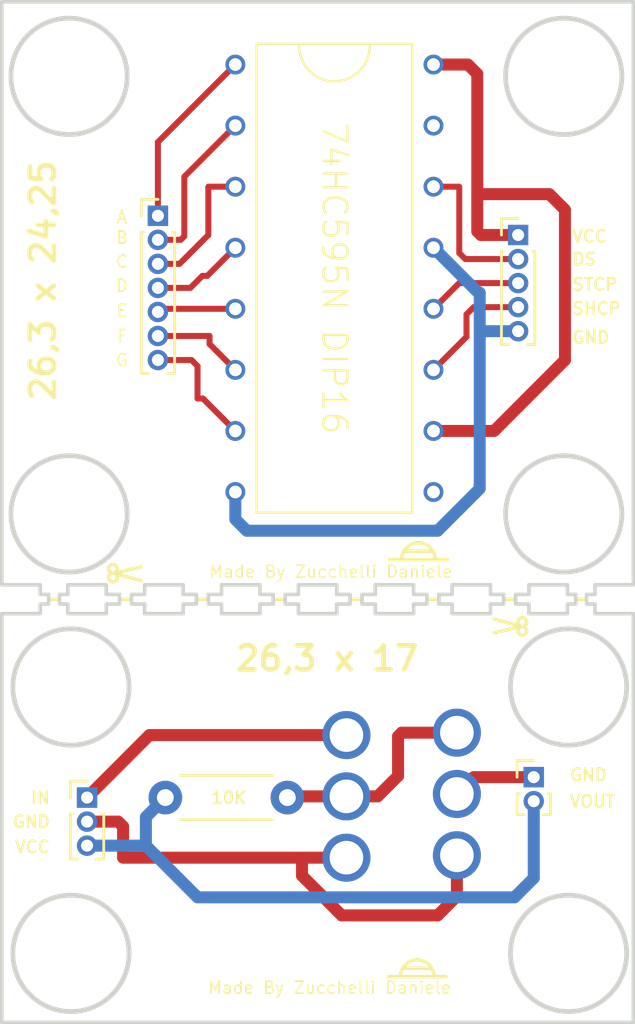
<source format=kicad_pcb>
(kicad_pcb (version 20221018) (generator pcbnew)
  (layers (0 "F.Cu" signal) (31 "B.Cu" signal) (34 "B.Paste" user) (35 "F.Paste" user) (36 "B.SilkS" user "B.Silkscreen") (37 "F.SilkS" user "F.Silkscreen") (38 "B.Mask" user) (39 "F.Mask" user) (44 "Edge.Cuts" user))
  (net 0 "")
  (footprint "Connector_PinHeader_1.00mm:PinHeader_1x05_P1.00mm_Vertical" (layer "F.Cu") (at 43.85 28.2)
    (fp_text reference "REF**" hide)
    (fp_text value "PinHeader_1x05_P1.00mm_Vertical" hide)
    (fp_line (start -0.695 -0.685) (end 0 -0.685) (stroke (width 0.12)) (layer "F.SilkS"))
    (fp_line (start -0.695 0) (end -0.695 -0.685) (stroke (width 0.12)) (layer "F.SilkS"))
    (fp_line (start -0.695 0.685) (end -0.695 4.56) (stroke (width 0.12)) (layer "F.SilkS"))
    (fp_line (start -0.695 0.685) (end -0.608276 0.685) (stroke (width 0.12)) (layer "F.SilkS"))
    (fp_line (start -0.695 4.56) (end -0.394493 4.56) (stroke (width 0.12)) (layer "F.SilkS"))
    (fp_line (start 0.394493 4.56) (end 0.695 4.56) (stroke (width 0.12)) (layer "F.SilkS"))
    (fp_line (start 0.608276 0.685) (end 0.695 0.685) (stroke (width 0.12)) (layer "F.SilkS"))
    (fp_line (start 0.695 0.685) (end 0.695 4.56) (stroke (width 0.12)) (layer "F.SilkS"))
    (pad "1" thru_hole rect (at 0 0) (size 0.85 0.85) (drill 0.5) (layers "*.Cu" "*.Mask"))
    (pad "2" thru_hole oval (at 0 1) (size 0.85 0.85) (drill 0.5) (layers "*.Cu" "*.Mask"))
    (pad "3" thru_hole oval (at 0 2) (size 0.85 0.85) (drill 0.5) (layers "*.Cu" "*.Mask"))
    (pad "4" thru_hole oval (at 0 3) (size 0.85 0.85) (drill 0.5) (layers "*.Cu" "*.Mask"))
    (pad "5" thru_hole oval (at 0 4) (size 0.85 0.85) (drill 0.5) (layers "*.Cu" "*.Mask"))
  )
  (footprint "Connector_PinHeader_1.00mm:PinHeader_1x02_P1.00mm_Vertical" (layer "F.Cu") (at 44.5 50.75)
    (fp_text reference "REF**" hide)
    (fp_text value "PinHeader_1x02_P1.00mm_Vertical" hide)
    (fp_line (start -0.695 -0.685) (end 0 -0.685) (stroke (width 0.12)) (layer "F.SilkS"))
    (fp_line (start -0.695 0) (end -0.695 -0.685) (stroke (width 0.12)) (layer "F.SilkS"))
    (fp_line (start -0.695 0.685) (end -0.695 1.56) (stroke (width 0.12)) (layer "F.SilkS"))
    (fp_line (start -0.695 0.685) (end -0.608276 0.685) (stroke (width 0.12)) (layer "F.SilkS"))
    (fp_line (start -0.695 1.56) (end -0.394493 1.56) (stroke (width 0.12)) (layer "F.SilkS"))
    (fp_line (start 0.394493 1.56) (end 0.695 1.56) (stroke (width 0.12)) (layer "F.SilkS"))
    (fp_line (start 0.608276 0.685) (end 0.695 0.685) (stroke (width 0.12)) (layer "F.SilkS"))
    (fp_line (start 0.695 0.685) (end 0.695 1.56) (stroke (width 0.12)) (layer "F.SilkS"))
    (pad "1" thru_hole rect (at 0 0) (size 0.85 0.85) (drill 0.5) (layers "*.Cu" "*.Mask"))
    (pad "2" thru_hole oval (at 0 1) (size 0.85 0.85) (drill 0.5) (layers "*.Cu" "*.Mask"))
  )
  (footprint "74HC:74HC595N" (layer "F.Cu") (at 36.2 30 -90)
    (fp_text reference "74HC595N DIP16" (at 0 0 -90 unlocked) (layer "F.SilkS") (effects (font (thickness 0.1))))
    (fp_text value "74HC595N")
    (fp_line (start -9.75 -3.24) (end -9.75 3.24) (stroke (width 0.1)) (layer "F.SilkS"))
    (fp_line (start -9.75 -3.24) (end 9.75 -3.24) (stroke (width 0.1)) (layer "F.SilkS"))
    (fp_line (start -9.75 3.24) (end 9.75 3.24) (stroke (width 0.1)) (layer "F.SilkS"))
    (fp_line (start 9.75 -3.24) (end 9.75 3.24) (stroke (width 0.1)) (layer "F.SilkS"))
    (fp_arc (start -9.66 -1.469999) (mid -8.190001 0) (end -9.66 1.469999) (stroke (width 0.1)) (layer "F.SilkS"))
    (pad "1" thru_hole circle (at -8.89 -4.125 270) (size 0.83 0.83) (drill 0.53) (layers "*.Cu" "*.Mask"))
    (pad "2" thru_hole circle (at -6.35 -4.125 270) (size 0.83 0.83) (drill 0.53) (layers "*.Cu" "*.Mask"))
    (pad "3" thru_hole circle (at -3.81 -4.125 270) (size 0.83 0.83) (drill 0.53) (layers "*.Cu" "*.Mask"))
    (pad "4" thru_hole circle (at -1.27 -4.125 270) (size 0.83 0.83) (drill 0.53) (layers "*.Cu" "*.Mask"))
    (pad "5" thru_hole circle (at 1.27 -4.125 270) (size 0.83 0.83) (drill 0.53) (layers "*.Cu" "*.Mask"))
    (pad "6" thru_hole circle (at 3.81 -4.125 270) (size 0.83 0.83) (drill 0.53) (layers "*.Cu" "*.Mask"))
    (pad "7" thru_hole circle (at 6.35 -4.125 270) (size 0.83 0.83) (drill 0.53) (layers "*.Cu" "*.Mask"))
    (pad "8" thru_hole circle (at 8.89 -4.125 270) (size 0.83 0.83) (drill 0.53) (layers "*.Cu" "*.Mask"))
    (pad "9" thru_hole circle (at -8.89 4.125 270) (size 0.83 0.83) (drill 0.53) (layers "*.Cu" "*.Mask"))
    (pad "10" thru_hole circle (at -6.35 4.125 270) (size 0.83 0.83) (drill 0.53) (layers "*.Cu" "*.Mask"))
    (pad "11" thru_hole circle (at -3.81 4.125 270) (size 0.83 0.83) (drill 0.53) (layers "*.Cu" "*.Mask"))
    (pad "12" thru_hole circle (at -1.27 4.125 270) (size 0.83 0.83) (drill 0.53) (layers "*.Cu" "*.Mask"))
    (pad "13" thru_hole circle (at 1.27 4.125 270) (size 0.83 0.83) (drill 0.53) (layers "*.Cu" "*.Mask"))
    (pad "14" thru_hole circle (at 3.81 4.125 270) (size 0.83 0.83) (drill 0.53) (layers "*.Cu" "*.Mask"))
    (pad "15" thru_hole circle (at 6.35 4.125 270) (size 0.83 0.83) (drill 0.53) (layers "*.Cu" "*.Mask"))
    (pad "16" thru_hole circle (at 8.89 4.125 270) (size 0.83 0.83) (drill 0.53) (layers "*.Cu" "*.Mask"))
  )
  (footprint "Resistor_THT:R_Axial_DIN0204_L3.6mm_D1.6mm_P5.08mm_Horizontal" (layer "F.Cu") (at 29.16 51.6)
    (fp_text reference "REF**" hide)
    (fp_text value "R_Axial_DIN0204_L3.6mm_D1.6mm_P5.08mm_Horizontal" hide)
    (fp_line (start 0.62 -0.92) (end 4.46 -0.92) (stroke (width 0.12)) (layer "F.SilkS"))
    (fp_line (start 0.62 0.92) (end 4.46 0.92) (stroke (width 0.12)) (layer "F.SilkS"))
    (pad "1" thru_hole circle (at 0 0) (size 1.4 1.4) (drill 0.7) (layers "*.Cu" "*.Mask"))
    (pad "2" thru_hole oval (at 5.08 0) (size 1.4 1.4) (drill 0.7) (layers "*.Cu" "*.Mask"))
  )
  (footprint "MOSFET:IRF3205 MOSFET" (layer "F.Cu") (at 36.7 51.55)
    (fp_text reference "REF**" hide)
    (fp_text value "IRF3205 MOSFET" hide)
    (pad "D" thru_hole circle (at 0 0) (size 2 2) (drill 1.4) (layers "*.Cu" "*.Mask"))
    (pad "G" thru_hole circle (at 0 -2.55) (size 2 2) (drill 1.4) (layers "*.Cu" "*.Mask"))
    (pad "S" thru_hole circle (at 0 2.55) (size 2 2) (drill 1.4) (layers "*.Cu" "*.Mask"))
  )
  (footprint "Connector_PinHeader_1.00mm:PinHeader_1x03_P1.00mm_Vertical" (layer "F.Cu") (at 25.9 51.6)
    (fp_text reference "REF**" hide)
    (fp_text value "PinHeader_1x03_P1.00mm_Vertical" hide)
    (fp_line (start -0.695 -0.685) (end 0 -0.685) (stroke (width 0.12)) (layer "F.SilkS"))
    (fp_line (start -0.695 0) (end -0.695 -0.685) (stroke (width 0.12)) (layer "F.SilkS"))
    (fp_line (start -0.695 0.685) (end -0.695 2.56) (stroke (width 0.12)) (layer "F.SilkS"))
    (fp_line (start -0.695 0.685) (end -0.608276 0.685) (stroke (width 0.12)) (layer "F.SilkS"))
    (fp_line (start -0.695 2.56) (end -0.394493 2.56) (stroke (width 0.12)) (layer "F.SilkS"))
    (fp_line (start 0.394493 2.56) (end 0.695 2.56) (stroke (width 0.12)) (layer "F.SilkS"))
    (fp_line (start 0.608276 0.685) (end 0.695 0.685) (stroke (width 0.12)) (layer "F.SilkS"))
    (fp_line (start 0.695 0.685) (end 0.695 2.56) (stroke (width 0.12)) (layer "F.SilkS"))
    (pad "1" thru_hole rect (at 0 0) (size 0.85 0.85) (drill 0.5) (layers "*.Cu" "*.Mask"))
    (pad "2" thru_hole oval (at 0 1) (size 0.85 0.85) (drill 0.5) (layers "*.Cu" "*.Mask"))
    (pad "3" thru_hole oval (at 0 2) (size 0.85 0.85) (drill 0.5) (layers "*.Cu" "*.Mask"))
  )
  (footprint "MOSFET:IRF3205 MOSFET" (layer "F.Cu") (at 41.3 51.45)
    (fp_text reference "REF**" hide)
    (fp_text value "IRF3205 MOSFET" hide)
    (pad "D" thru_hole circle (at 0 0) (size 2 2) (drill 1.4) (layers "*.Cu" "*.Mask"))
    (pad "G" thru_hole circle (at 0 -2.55) (size 2 2) (drill 1.4) (layers "*.Cu" "*.Mask"))
    (pad "S" thru_hole circle (at 0 2.55) (size 2 2) (drill 1.4) (layers "*.Cu" "*.Mask"))
  )
  (footprint "Connector_PinHeader_1.00mm:PinHeader_1x07_P1.00mm_Vertical" (layer "F.Cu") (at 28.85 27.4)
    (fp_text reference "REF**" hide)
    (fp_text value "PinHeader_1x07_P1.00mm_Vertical" hide)
    (fp_line (start -0.695 -0.685) (end 0 -0.685) (stroke (width 0.12)) (layer "F.SilkS"))
    (fp_line (start -0.695 0) (end -0.695 -0.685) (stroke (width 0.12)) (layer "F.SilkS"))
    (fp_line (start -0.695 0.685) (end -0.695 6.56) (stroke (width 0.12)) (layer "F.SilkS"))
    (fp_line (start -0.695 0.685) (end -0.608276 0.685) (stroke (width 0.12)) (layer "F.SilkS"))
    (fp_line (start -0.695 6.56) (end -0.394493 6.56) (stroke (width 0.12)) (layer "F.SilkS"))
    (fp_line (start 0.394493 6.56) (end 0.695 6.56) (stroke (width 0.12)) (layer "F.SilkS"))
    (fp_line (start 0.608276 0.685) (end 0.695 0.685) (stroke (width 0.12)) (layer "F.SilkS"))
    (fp_line (start 0.695 0.685) (end 0.695 6.56) (stroke (width 0.12)) (layer "F.SilkS"))
    (pad "1" thru_hole rect (at 0 0) (size 0.85 0.85) (drill 0.5) (layers "*.Cu" "*.Mask"))
    (pad "2" thru_hole oval (at 0 1) (size 0.85 0.85) (drill 0.5) (layers "*.Cu" "*.Mask"))
    (pad "3" thru_hole oval (at 0 2) (size 0.85 0.85) (drill 0.5) (layers "*.Cu" "*.Mask"))
    (pad "4" thru_hole oval (at 0 3) (size 0.85 0.85) (drill 0.5) (layers "*.Cu" "*.Mask"))
    (pad "5" thru_hole oval (at 0 4) (size 0.85 0.85) (drill 0.5) (layers "*.Cu" "*.Mask"))
    (pad "6" thru_hole oval (at 0 5) (size 0.85 0.85) (drill 0.5) (layers "*.Cu" "*.Mask"))
    (pad "7" thru_hole oval (at 0 6) (size 0.85 0.85) (drill 0.5) (layers "*.Cu" "*.Mask"))
  )
  (gr_line (start 27.025 42.275) (end 28.15 42) (stroke (width 0.15)) (layer "F.SilkS"))
  (gr_line (start 27.75 43.35) (end 27.25 43.35) (stroke (width 0.15)) (layer "F.SilkS"))
  (gr_circle (center 26.975 42.085996) (end 26.925 42.260996) (stroke (width 0.15)) (fill none) (layer "F.SilkS"))
  (gr_line (start 43.25 43.35) (end 43.75 43.35) (stroke (width 0.15)) (layer "F.SilkS"))
  (gr_line (start 28.15 42.575) (end 27.025 42.275) (stroke (width 0.15)) (layer "F.SilkS"))
  (gr_line (start 40.4 41.7) (end 39 41.7) (stroke (width 0.15)) (layer "F.SilkS"))
  (gr_arc (start 38.95 59.05) (mid 39.65 58.35) (end 40.35 59.05) (stroke (width 0.15)) (layer "F.SilkS"))
  (gr_line (start 38.95 59.05) (end 38.45 59.05) (stroke (width 0.15)) (layer "F.SilkS"))
  (gr_line (start 39 41.7) (end 38.5 41.7) (stroke (width 0.15)) (layer "F.SilkS"))
  (gr_circle (center 26.975 42.45) (end 27.025 42.275) (stroke (width 0.15)) (fill none) (layer "F.SilkS"))
  (gr_line (start 46.25 43.35) (end 46.7 43.35) (stroke (width 0.15)) (layer "F.SilkS"))
  (gr_line (start 40.4 41.7) (end 40.9 41.7) (stroke (width 0.15)) (layer "F.SilkS"))
  (gr_line (start 34.15 43.35) (end 33.65 43.35) (stroke (width 0.15)) (layer "F.SilkS"))
  (gr_line (start 40.35 59.05) (end 40.85 59.05) (stroke (width 0.15)) (layer "F.SilkS"))
  (gr_line (start 24.75 43.35) (end 24.3 43.35) (stroke (width 0.15)) (layer "F.SilkS"))
  (gr_line (start 30.95 43.35) (end 30.45 43.35) (stroke (width 0.15)) (layer "F.SilkS"))
  (gr_line (start 37.35 43.35) (end 36.85 43.35) (stroke (width 0.15)) (layer "F.SilkS"))
  (gr_line (start 42.85 44.175) (end 43.975 44.475) (stroke (width 0.15)) (layer "F.SilkS"))
  (gr_line (start 40.55 43.35) (end 40.05 43.35) (stroke (width 0.15)) (layer "F.SilkS"))
  (gr_circle (center 44.025 44.3) (end 43.975 44.475) (stroke (width 0.15)) (fill none) (layer "F.SilkS"))
  (gr_line (start 39.05 58.7) (end 40.25 58.7) (stroke (width 0.15)) (layer "F.SilkS"))
  (gr_line (start 39.1 41.35) (end 40.3 41.35) (stroke (width 0.15)) (layer "F.SilkS"))
  (gr_line (start 43.975 44.475) (end 42.85 44.75) (stroke (width 0.15)) (layer "F.SilkS"))
  (gr_circle (center 44.025 44.664004) (end 44.075 44.489004) (stroke (width 0.15)) (fill none) (layer "F.SilkS"))
  (gr_line (start 40.35 59.05) (end 38.95 59.05) (stroke (width 0.15)) (layer "F.SilkS"))
  (gr_arc (start 39 41.7) (mid 39.7 41) (end 40.4 41.7) (stroke (width 0.15)) (layer "F.SilkS"))
  (gr_line (start 37.35 43.15) (end 37.35 43.55) (stroke (width 0.15)) (layer "Edge.Cuts"))
  (gr_line (start 23.95 43.15) (end 24.3 43.15) (stroke (width 0.15)) (layer "Edge.Cuts"))
  (gr_circle (center 45.75 21.6) (end 48.17 21.6) (stroke (width 0.2)) (fill none) (layer "Edge.Cuts"))
  (gr_line (start 34.7 43.15) (end 34.15 43.15) (stroke (width 0.15)) (layer "Edge.Cuts"))
  (gr_line (start 46.25 43.15) (end 46.25 43.55) (stroke (width 0.15)) (layer "Edge.Cuts"))
  (gr_line (start 33.1 43.95) (end 31.5 43.95) (stroke (width 0.15)) (layer "Edge.Cuts"))
  (gr_line (start 45.9 43.55) (end 46.25 43.55) (stroke (width 0.15)) (layer "Edge.Cuts"))
  (gr_line (start 42.7 42.75) (end 42.7 43.15) (stroke (width 0.15)) (layer "Edge.Cuts"))
  (gr_line (start 29.9 43.95) (end 29.9 43.55) (stroke (width 0.15)) (layer "Edge.Cuts"))
  (gr_line (start 42.7 43.55) (end 43.25 43.55) (stroke (width 0.15)) (layer "Edge.Cuts"))
  (gr_line (start 31.5 43.55) (end 30.95 43.55) (stroke (width 0.15)) (layer "Edge.Cuts"))
  (gr_line (start 24.75 43.55) (end 24.75 43.15) (stroke (width 0.15)) (layer "Edge.Cuts"))
  (gr_line (start 39.5 43.95) (end 39.5 43.55) (stroke (width 0.15)) (layer "Edge.Cuts"))
  (gr_line (start 25.1 43.15) (end 24.75 43.15) (stroke (width 0.15)) (layer "Edge.Cuts"))
  (gr_line (start 44.3 43.55) (end 43.75 43.55) (stroke (width 0.15)) (layer "Edge.Cuts"))
  (gr_circle (center 45.95 47) (end 48.37 47) (stroke (width 0.2)) (fill none) (layer "Edge.Cuts"))
  (gr_line (start 37.9 42.75) (end 37.9 43.15) (stroke (width 0.15)) (layer "Edge.Cuts"))
  (gr_line (start 45.9 43.55) (end 45.9 43.95) (stroke (width 0.15)) (layer "Edge.Cuts"))
  (gr_line (start 41.1 42.75) (end 41.1 43.15) (stroke (width 0.15)) (layer "Edge.Cuts"))
  (gr_circle (center 25.23 58.08) (end 27.65 58.08) (stroke (width 0.2)) (fill none) (layer "Edge.Cuts"))
  (gr_line (start 46.7 43.15) (end 46.7 43.55) (stroke (width 0.15)) (layer "Edge.Cuts"))
  (gr_line (start 27.75 43.15) (end 27.75 43.55) (stroke (width 0.15)) (layer "Edge.Cuts"))
  (gr_line (start 48.65 18.5) (end 48.65 42.75) (stroke (width 0.15)) (layer "Edge.Cuts"))
  (gr_line (start 23.95 43.95) (end 23.95 43.55) (stroke (width 0.15)) (layer "Edge.Cuts"))
  (gr_line (start 42.7 42.75) (end 41.1 42.75) (stroke (width 0.15)) (layer "Edge.Cuts"))
  (gr_line (start 30.45 43.55) (end 29.9 43.55) (stroke (width 0.15)) (layer "Edge.Cuts"))
  (gr_line (start 34.15 43.15) (end 34.15 43.55) (stroke (width 0.15)) (layer "Edge.Cuts"))
  (gr_line (start 36.3 42.75) (end 34.7 42.75) (stroke (width 0.15)) (layer "Edge.Cuts"))
  (gr_line (start 33.65 43.15) (end 33.1 43.15) (stroke (width 0.15)) (layer "Edge.Cuts"))
  (gr_line (start 27.25 43.15) (end 27.25 43.55) (stroke (width 0.15)) (layer "Edge.Cuts"))
  (gr_line (start 26.7 43.95) (end 26.7 43.55) (stroke (width 0.15)) (layer "Edge.Cuts"))
  (gr_line (start 37.9 43.55) (end 37.35 43.55) (stroke (width 0.15)) (layer "Edge.Cuts"))
  (gr_line (start 48.65 18.5) (end 22.35 18.5) (stroke (width 0.15)) (layer "Edge.Cuts"))
  (gr_line (start 37.9 43.15) (end 37.35 43.15) (stroke (width 0.15)) (layer "Edge.Cuts"))
  (gr_line (start 26.7 42.75) (end 26.7 43.15) (stroke (width 0.15)) (layer "Edge.Cuts"))
  (gr_line (start 36.3 42.75) (end 36.3 43.15) (stroke (width 0.15)) (layer "Edge.Cuts"))
  (gr_line (start 28.3 43.15) (end 27.75 43.15) (stroke (width 0.15)) (layer "Edge.Cuts"))
  (gr_circle (center 25.15 21.6) (end 27.57 21.6) (stroke (width 0.2)) (fill none) (layer "Edge.Cuts"))
  (gr_line (start 48.65 60.95) (end 48.65 43.95) (stroke (width 0.15)) (layer "Edge.Cuts"))
  (gr_line (start 48.65 43.95) (end 47.05 43.95) (stroke (width 0.15)) (layer "Edge.Cuts"))
  (gr_line (start 33.1 42.75) (end 31.5 42.75) (stroke (width 0.15)) (layer "Edge.Cuts"))
  (gr_line (start 44.3 43.15) (end 43.75 43.15) (stroke (width 0.15)) (layer "Edge.Cuts"))
  (gr_line (start 47.05 42.75) (end 47.05 43.15) (stroke (width 0.15)) (layer "Edge.Cuts"))
  (gr_line (start 41.1 43.55) (end 40.55 43.55) (stroke (width 0.15)) (layer "Edge.Cuts"))
  (gr_line (start 34.7 43.55) (end 34.15 43.55) (stroke (width 0.15)) (layer "Edge.Cuts"))
  (gr_line (start 27.25 43.55) (end 26.7 43.55) (stroke (width 0.15)) (layer "Edge.Cuts"))
  (gr_circle (center 25.23 47) (end 27.65 47) (stroke (width 0.2)) (fill none) (layer "Edge.Cuts"))
  (gr_line (start 44.3 43.95) (end 44.3 43.55) (stroke (width 0.15)) (layer "Edge.Cuts"))
  (gr_line (start 22.35 18.5) (end 22.35 42.75) (stroke (width 0.15)) (layer "Edge.Cuts"))
  (gr_line (start 36.85 43.55) (end 36.3 43.55) (stroke (width 0.15)) (layer "Edge.Cuts"))
  (gr_line (start 44.3 42.75) (end 44.3 43.15) (stroke (width 0.15)) (layer "Edge.Cuts"))
  (gr_line (start 33.1 43.95) (end 33.1 43.55) (stroke (width 0.15)) (layer "Edge.Cuts"))
  (gr_line (start 33.65 43.55) (end 33.1 43.55) (stroke (width 0.15)) (layer "Edge.Cuts"))
  (gr_line (start 31.5 43.95) (end 31.5 43.55) (stroke (width 0.15)) (layer "Edge.Cuts"))
  (gr_line (start 40.05 43.15) (end 39.5 43.15) (stroke (width 0.15)) (layer "Edge.Cuts"))
  (gr_line (start 48.65 60.95) (end 22.35 60.95) (stroke (width 0.15)) (layer "Edge.Cuts"))
  (gr_line (start 33.65 43.15) (end 33.65 43.55) (stroke (width 0.15)) (layer "Edge.Cuts"))
  (gr_line (start 42.7 43.15) (end 43.25 43.15) (stroke (width 0.15)) (layer "Edge.Cuts"))
  (gr_line (start 30.45 43.15) (end 29.9 43.15) (stroke (width 0.15)) (layer "Edge.Cuts"))
  (gr_circle (center 45.95 58.08) (end 48.37 58.08) (stroke (width 0.2)) (fill none) (layer "Edge.Cuts"))
  (gr_line (start 29.9 43.95) (end 28.3 43.95) (stroke (width 0.15)) (layer "Edge.Cuts"))
  (gr_line (start 42.7 43.95) (end 41.1 43.95) (stroke (width 0.15)) (layer "Edge.Cuts"))
  (gr_line (start 39.5 42.75) (end 37.9 42.75) (stroke (width 0.15)) (layer "Edge.Cuts"))
  (gr_line (start 24.3 43.55) (end 24.3 43.15) (stroke (width 0.15)) (layer "Edge.Cuts"))
  (gr_line (start 25.1 43.55) (end 24.75 43.55) (stroke (width 0.15)) (layer "Edge.Cuts"))
  (gr_line (start 45.9 43.15) (end 46.25 43.15) (stroke (width 0.15)) (layer "Edge.Cuts"))
  (gr_line (start 48.65 42.75) (end 47.05 42.75) (stroke (width 0.15)) (layer "Edge.Cuts"))
  (gr_circle (center 45.75 39.8) (end 48.17 39.8) (stroke (width 0.2)) (fill none) (layer "Edge.Cuts"))
  (gr_line (start 45.9 43.95) (end 44.3 43.95) (stroke (width 0.15)) (layer "Edge.Cuts"))
  (gr_line (start 45.9 43.15) (end 45.9 42.75) (stroke (width 0.15)) (layer "Edge.Cuts"))
  (gr_line (start 39.5 42.75) (end 39.5 43.15) (stroke (width 0.15)) (layer "Edge.Cuts"))
  (gr_line (start 26.7 43.95) (end 25.1 43.95) (stroke (width 0.15)) (layer "Edge.Cuts"))
  (gr_line (start 26.7 42.75) (end 25.1 42.75) (stroke (width 0.15)) (layer "Edge.Cuts"))
  (gr_line (start 47.05 43.55) (end 47.05 43.95) (stroke (width 0.15)) (layer "Edge.Cuts"))
  (gr_line (start 43.25 43.15) (end 43.25 43.55) (stroke (width 0.15)) (layer "Edge.Cuts"))
  (gr_line (start 33.1 42.75) (end 33.1 43.15) (stroke (width 0.15)) (layer "Edge.Cuts"))
  (gr_line (start 36.85 43.15) (end 36.85 43.55) (stroke (width 0.15)) (layer "Edge.Cuts"))
  (gr_line (start 30.95 43.15) (end 30.95 43.55) (stroke (width 0.15)) (layer "Edge.Cuts"))
  (gr_line (start 45.9 42.75) (end 44.3 42.75) (stroke (width 0.15)) (layer "Edge.Cuts"))
  (gr_line (start 40.55 43.15) (end 40.55 43.55) (stroke (width 0.15)) (layer "Edge.Cuts"))
  (gr_circle (center 25.15 39.8) (end 27.57 39.8) (stroke (width 0.2)) (fill none) (layer "Edge.Cuts"))
  (gr_line (start 31.5 42.75) (end 31.5 43.15) (stroke (width 0.15)) (layer "Edge.Cuts"))
  (gr_line (start 41.1 43.95) (end 41.1 43.55) (stroke (width 0.15)) (layer "Edge.Cuts"))
  (gr_line (start 36.85 43.15) (end 36.3 43.15) (stroke (width 0.15)) (layer "Edge.Cuts"))
  (gr_line (start 37.9 43.95) (end 37.9 43.55) (stroke (width 0.15)) (layer "Edge.Cuts"))
  (gr_line (start 39.5 43.95) (end 37.9 43.95) (stroke (width 0.15)) (layer "Edge.Cuts"))
  (gr_line (start 28.3 43.95) (end 28.3 43.55) (stroke (width 0.15)) (layer "Edge.Cuts"))
  (gr_line (start 30.45 43.15) (end 30.45 43.55) (stroke (width 0.15)) (layer "Edge.Cuts"))
  (gr_line (start 47.05 43.15) (end 46.7 43.15) (stroke (width 0.15)) (layer "Edge.Cuts"))
  (gr_line (start 29.9 42.75) (end 28.3 42.75) (stroke (width 0.15)) (layer "Edge.Cuts"))
  (gr_line (start 42.7 43.95) (end 42.7 43.55) (stroke (width 0.15)) (layer "Edge.Cuts"))
  (gr_line (start 28.3 43.55) (end 27.75 43.55) (stroke (width 0.15)) (layer "Edge.Cuts"))
  (gr_line (start 36.3 43.95) (end 36.3 43.55) (stroke (width 0.15)) (layer "Edge.Cuts"))
  (gr_line (start 47.05 43.55) (end 46.7 43.55) (stroke (width 0.15)) (layer "Edge.Cuts"))
  (gr_line (start 43.75 43.15) (end 43.75 43.55) (stroke (width 0.15)) (layer "Edge.Cuts"))
  (gr_line (start 29.9 42.75) (end 29.9 43.15) (stroke (width 0.15)) (layer "Edge.Cuts"))
  (gr_line (start 23.95 42.75) (end 23.95 43.15) (stroke (width 0.15)) (layer "Edge.Cuts"))
  (gr_line (start 22.35 60.95) (end 22.35 43.95) (stroke (width 0.15)) (layer "Edge.Cuts"))
  (gr_line (start 41.1 43.15) (end 40.55 43.15) (stroke (width 0.15)) (layer "Edge.Cuts"))
  (gr_line (start 25.1 42.75) (end 25.1 43.15) (stroke (width 0.15)) (layer "Edge.Cuts"))
  (gr_line (start 25.1 43.95) (end 25.1 43.55) (stroke (width 0.15)) (layer "Edge.Cuts"))
  (gr_line (start 34.7 42.75) (end 34.7 43.15) (stroke (width 0.15)) (layer "Edge.Cuts"))
  (gr_line (start 34.7 43.95) (end 34.7 43.55) (stroke (width 0.15)) (layer "Edge.Cuts"))
  (gr_line (start 22.35 42.75) (end 23.95 42.75) (stroke (width 0.15)) (layer "Edge.Cuts"))
  (gr_line (start 23.95 43.55) (end 24.3 43.55) (stroke (width 0.15)) (layer "Edge.Cuts"))
  (gr_line (start 40.05 43.55) (end 39.5 43.55) (stroke (width 0.15)) (layer "Edge.Cuts"))
  (gr_line (start 36.3 43.95) (end 34.7 43.95) (stroke (width 0.15)) (layer "Edge.Cuts"))
  (gr_line (start 40.05 43.15) (end 40.05 43.55) (stroke (width 0.15)) (layer "Edge.Cuts"))
  (gr_line (start 31.5 43.15) (end 30.95 43.15) (stroke (width 0.15)) (layer "Edge.Cuts"))
  (gr_line (start 22.35 43.95) (end 23.95 43.95) (stroke (width 0.15)) (layer "Edge.Cuts"))
  (gr_line (start 27.25 43.15) (end 26.7 43.15) (stroke (width 0.15)) (layer "Edge.Cuts"))
  (gr_line (start 28.3 42.75) (end 28.3 43.15) (stroke (width 0.15)) (layer "Edge.Cuts"))
  (gr_text "GND" (at 22.75 52.9) (layer "F.SilkS") (effects (font (size 0.5 0.5) (thickness 0.1)) (justify left bottom)))
  (gr_text "IN" (at 23.511905 51.9) (layer "F.SilkS") (effects (font (size 0.5 0.5) (thickness 0.1)) (justify left bottom)))
  (gr_text "10K" (at 31.01 51.9) (layer "F.SilkS") (effects (font (size 0.5 0.5) (thickness 0.1)) (justify left bottom)))
  (gr_text "GND" (at 45.95 50.95) (layer "F.SilkS") (effects (font (size 0.5 0.5) (thickness 0.1)) (justify left bottom)))
  (gr_text "GND" (at 46.05 32.75) (layer "F.SilkS") (effects (font (size 0.5 0.5) (thickness 0.1)) (justify left bottom)))
  (gr_text "26,3 x 17" (at 31.975 46.4) (layer "F.SilkS") (effects (font (size 1 1) (thickness 0.2) bold) (justify left bottom)))
  (gr_text "VCC" (at 22.845239 53.95) (layer "F.SilkS") (effects (font (size 0.5 0.5) (thickness 0.1)) (justify left bottom)))
  (gr_text "Made By Zucchelli Daniele" (at 30.95 42.5) (layer "F.SilkS") (effects (font (size 0.5 0.5) (thickness 0.07)) (justify left bottom)))
  (gr_text "26,3 x 24,25" (at 24.65 35.2 90) (layer "F.SilkS") (effects (font (size 1 1) (thickness 0.2) bold) (justify left bottom)))
  (gr_text "A" (at 27.085715 27.75) (layer "F.SilkS") (effects (font (size 0.5 0.5) (thickness 0.08)) (justify left bottom)))
  (gr_text "E" (at 27.07381 31.65) (layer "F.SilkS") (effects (font (size 0.5 0.5) (thickness 0.08)) (justify left bottom)))
  (gr_text "STCP" (at 46.05 30.55) (layer "F.SilkS") (effects (font (size 0.5 0.5) (thickness 0.1)) (justify left bottom)))
  (gr_text "VOUT" (at 45.95 52.05) (layer "F.SilkS") (effects (font (size 0.5 0.5) (thickness 0.1)) (justify left bottom)))
  (gr_text "G" (at 27.05 33.7) (layer "F.SilkS") (effects (font (size 0.5 0.5) (thickness 0.08)) (justify left bottom)))
  (gr_text "VCC" (at 46.05 28.55) (layer "F.SilkS") (effects (font (size 0.5 0.5) (thickness 0.1)) (justify left bottom)))
  (gr_text "C" (at 27.05 29.6) (layer "F.SilkS") (effects (font (size 0.5 0.5) (thickness 0.08)) (justify left bottom)))
  (gr_text "D" (at 27.05 30.6) (layer "F.SilkS") (effects (font (size 0.5 0.5) (thickness 0.08)) (justify left bottom)))
  (gr_text "Made By Zucchelli Daniele" (at 30.9 59.8) (layer "F.SilkS") (effects (font (size 0.5 0.5) (thickness 0.07)) (justify left bottom)))
  (gr_text "F" (at 27.085715 32.7) (layer "F.SilkS") (effects (font (size 0.5 0.5) (thickness 0.08)) (justify left bottom)))
  (gr_text "DS\n" (at 46.05 29.5) (layer "F.SilkS") (effects (font (size 0.5 0.5) (thickness 0.1)) (justify left bottom)))
  (gr_text "SHCP\n" (at 46.05 31.55) (layer "F.SilkS") (effects (font (size 0.5 0.5) (thickness 0.1)) (justify left bottom)))
  (gr_text "B" (at 27.05 28.6) (layer "F.SilkS") (effects (font (size 0.5 0.5) (thickness 0.08)) (justify left bottom)))
  (segment (start 42.9 36.3) (end 42.85 36.35) (width 0.25) (layer "F.Cu") (net 0))
  (segment (start 42.85 36.35) (end 40.325 36.35) (width 0.5) (layer "F.Cu") (net 0))
  (segment (start 45.15 26.5) (end 45.8 27.15) (width 0.5) (layer "F.Cu") (net 0))
  (segment (start 28.5 49) (end 25.9 51.6) (width 0.5) (layer "F.Cu") (net 0))
  (segment (start 42.15 26.5) (end 42.15 21.5) (width 0.5) (layer "F.Cu") (net 0))
  (segment (start 30.25 33.4) (end 28.85 33.4) (width 0.25) (layer "F.Cu") (net 0))
  (segment (start 28.85 28.4) (end 29.8 28.4) (width 0.25) (layer "F.Cu") (net 0))
  (segment (start 42.15 21.5) (end 41.76 21.11) (width 0.5) (layer "F.Cu") (net 0))
  (segment (start 30.725 35) (end 30.5 35) (width 0.25) (layer "F.Cu") (net 0))
  (segment (start 41.3 55.7) (end 41.3 54) (width 0.5) (layer "F.Cu") (net 0))
  (segment (start 30.95 28.2) (end 29.75 29.4) (width 0.25) (layer "F.Cu") (net 0))
  (segment (start 29.75 29.4) (end 28.85 29.4) (width 0.25) (layer "F.Cu") (net 0))
  (segment (start 38 51.55) (end 38.85 50.7) (width 0.5) (layer "F.Cu") (net 0))
  (segment (start 34.85 54.1) (end 27.4 54.1) (width 0.5) (layer "F.Cu") (net 0))
  (segment (start 38.85 50.7) (end 38.85 49.05) (width 0.5) (layer "F.Cu") (net 0))
  (segment (start 28.85 27.4) (end 28.85 24.335) (width 0.25) (layer "F.Cu") (net 0))
  (segment (start 32.075 31.27) (end 28.98 31.27) (width 0.25) (layer "F.Cu") (net 0))
  (segment (start 32.075 33.81) (end 31 32.735) (width 0.25) (layer "F.Cu") (net 0))
  (segment (start 42 31.2) (end 41.7 31.5) (width 0.25) (layer "F.Cu") (net 0))
  (segment (start 28.98 31.27) (end 28.85 31.4) (width 0.25) (layer "F.Cu") (net 0))
  (segment (start 39 48.9) (end 41.3 48.9) (width 0.5) (layer "F.Cu") (net 0))
  (segment (start 34.29 51.55) (end 34.24 51.6) (width 0.5) (layer "F.Cu") (net 0))
  (segment (start 40.325 26.19) (end 41.39 26.19) (width 0.25) (layer "F.Cu") (net 0))
  (segment (start 41.7 31.5) (end 41.7 32.435) (width 0.25) (layer "F.Cu") (net 0))
  (segment (start 42.15 26.5) (end 45.15 26.5) (width 0.5) (layer "F.Cu") (net 0))
  (segment (start 36.7 54.1) (end 34.85 54.1) (width 0.5) (layer "F.Cu") (net 0))
  (segment (start 41.4 28.95) (end 41.65 29.2) (width 0.25) (layer "F.Cu") (net 0))
  (segment (start 43.85 30.2) (end 41.395 30.2) (width 0.25) (layer "F.Cu") (net 0))
  (segment (start 31 32.735) (end 31 32.4) (width 0.25) (layer "F.Cu") (net 0))
  (segment (start 36.7 51.55) (end 34.29 51.55) (width 0.5) (layer "F.Cu") (net 0))
  (segment (start 41.4 26.2) (end 41.4 28.95) (width 0.25) (layer "F.Cu") (net 0))
  (segment (start 43.85 31.2) (end 42 31.2) (width 0.25) (layer "F.Cu") (net 0))
  (segment (start 34.85 54.1) (end 34.85 54.85) (width 0.5) (layer "F.Cu") (net 0))
  (segment (start 36.5 56.5) (end 40.5 56.5) (width 0.5) (layer "F.Cu") (net 0))
  (segment (start 32.075 28.73) (end 30.905 29.9) (width 0.25) (layer "F.Cu") (net 0))
  (segment (start 36.7 49) (end 28.5 49) (width 0.5) (layer "F.Cu") (net 0))
  (segment (start 38.85 49.05) (end 39 48.9) (width 0.5) (layer "F.Cu") (net 0))
  (segment (start 41.7 32.435) (end 40.325 33.81) (width 0.25) (layer "F.Cu") (net 0))
  (segment (start 41.395 30.2) (end 40.325 31.27) (width 0.25) (layer "F.Cu") (net 0))
  (segment (start 30.5 33.65) (end 30.25 33.4) (width 0.25) (layer "F.Cu") (net 0))
  (segment (start 43.85 29.2) (end 41.65 29.2) (width 0.25) (layer "F.Cu") (net 0))
  (segment (start 38 51.55) (end 36.7 51.55) (width 0.5) (layer "F.Cu") (net 0))
  (segment (start 29.95 25.775) (end 32.075 23.65) (width 0.25) (layer "F.Cu") (net 0))
  (segment (start 29.95 28.25) (end 29.95 25.775) (width 0.25) (layer "F.Cu") (net 0))
  (segment (start 30.5 35) (end 30.5 33.65) (width 0.25) (layer "F.Cu") (net 0))
  (segment (start 36.65 51.6) (end 36.7 51.55) (width 0.25) (layer "F.Cu") (net 0))
  (segment (start 30.95 26.2) (end 30.95 28.2) (width 0.25) (layer "F.Cu") (net 0))
  (segment (start 43.85 28.2) (end 42.3 28.2) (width 0.5) (layer "F.Cu") (net 0))
  (segment (start 41.39 26.19) (end 41.4 26.2) (width 0.25) (layer "F.Cu") (net 0))
  (segment (start 45.8 27.15) (end 45.8 33.4) (width 0.5) (layer "F.Cu") (net 0))
  (segment (start 30.96 26.19) (end 30.95 26.2) (width 0.25) (layer "F.Cu") (net 0))
  (segment (start 32.075 36.35) (end 30.725 35) (width 0.25) (layer "F.Cu") (net 0))
  (segment (start 27.4 54.1) (end 27.4 52.8) (width 0.5) (layer "F.Cu") (net 0))
  (segment (start 42.15 28.05) (end 42.15 26.5) (width 0.5) (layer "F.Cu") (net 0))
  (segment (start 42.3 28.2) (end 42.15 28.05) (width 0.5) (layer "F.Cu") (net 0))
  (segment (start 31 32.4) (end 28.85 32.4) (width 0.25) (layer "F.Cu") (net 0))
  (segment (start 27.2 52.6) (end 25.9 52.6) (width 0.5) (layer "F.Cu") (net 0))
  (segment (start 28.85 24.335) (end 32.075 21.11) (width 0.25) (layer "F.Cu") (net 0))
  (segment (start 30.905 29.9) (end 30.7 29.9) (width 0.25) (layer "F.Cu") (net 0))
  (segment (start 42 50.75) (end 41.3 51.45) (width 0.5) (layer "F.Cu") (net 0))
  (segment (start 32.075 26.19) (end 30.96 26.19) (width 0.25) (layer "F.Cu") (net 0))
  (segment (start 29.8 28.4) (end 29.95 28.25) (width 0.25) (layer "F.Cu") (net 0))
  (segment (start 44.5 50.75) (end 42 50.75) (width 0.5) (layer "F.Cu") (net 0))
  (segment (start 30.7 29.9) (end 30.2 30.4) (width 0.25) (layer "F.Cu") (net 0))
  (segment (start 27.4 52.8) (end 27.2 52.6) (width 0.5) (layer "F.Cu") (net 0))
  (segment (start 30.2 30.4) (end 28.85 30.4) (width 0.25) (layer "F.Cu") (net 0))
  (segment (start 41.76 21.11) (end 40.325 21.11) (width 0.5) (layer "F.Cu") (net 0))
  (segment (start 40.5 56.5) (end 41.3 55.7) (width 0.5) (layer "F.Cu") (net 0))
  (segment (start 41.2 54.1) (end 41.3 54) (width 0.25) (layer "F.Cu") (net 0))
  (segment (start 45.8 33.4) (end 42.9 36.3) (width 0.5) (layer "F.Cu") (net 0))
  (segment (start 34.85 54.85) (end 36.5 56.5) (width 0.5) (layer "F.Cu") (net 0))
  (segment (start 43.7 55.75) (end 30.5 55.75) (width 0.5) (layer "B.Cu") (net 0))
  (segment (start 28.35 53.6) (end 28.35 52.41) (width 0.5) (layer "B.Cu") (net 0))
  (segment (start 36.8 54) (end 36.7 54.1) (width 0.25) (layer "B.Cu") (net 0))
  (segment (start 32.075 40.025) (end 32.075 38.89) (width 0.5) (layer "B.Cu") (net 0))
  (segment (start 30.5 55.75) (end 28.35 53.6) (width 0.5) (layer "B.Cu") (net 0))
  (segment (start 44.5 51.75) (end 44.5 54.95) (width 0.5) (layer "B.Cu") (net 0))
  (segment (start 42.25 32.05) (end 42.25 38.75) (width 0.5) (layer "B.Cu") (net 0))
  (segment (start 40.5 40.5) (end 32.55 40.5) (width 0.5) (layer "B.Cu") (net 0))
  (segment (start 43.85 32.2) (end 42.4 32.2) (width 0.5) (layer "B.Cu") (net 0))
  (segment (start 42.195 30.6) (end 40.325 28.73) (width 0.5) (layer "B.Cu") (net 0))
  (segment (start 42.25 32.05) (end 42.25 30.6) (width 0.5) (layer "B.Cu") (net 0))
  (segment (start 42.4 32.2) (end 42.25 32.05) (width 0.25) (layer "B.Cu") (net 0))
  (segment (start 28.35 52.41) (end 29.16 51.6) (width 0.5) (layer "B.Cu") (net 0))
  (segment (start 32.55 40.5) (end 32.075 40.025) (width 0.5) (layer "B.Cu") (net 0))
  (segment (start 28.35 53.6) (end 25.9 53.6) (width 0.5) (layer "B.Cu") (net 0))
  (segment (start 42.25 30.6) (end 42.195 30.6) (width 0.5) (layer "B.Cu") (net 0))
  (segment (start 42.25 38.75) (end 40.5 40.5) (width 0.5) (layer "B.Cu") (net 0))
  (segment (start 44.5 54.95) (end 43.7 55.75) (width 0.5) (layer "B.Cu") (net 0))
)
</source>
